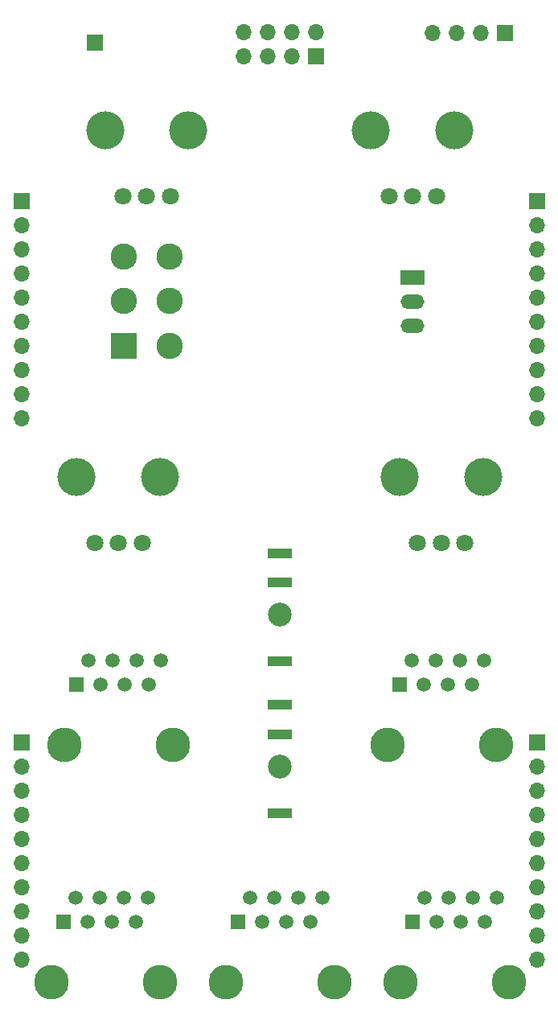
<source format=gbr>
%TF.GenerationSoftware,KiCad,Pcbnew,(6.0.11)*%
%TF.CreationDate,2023-03-29T16:05:19+01:00*%
%TF.ProjectId,Quadraphone_Controls,51756164-7261-4706-986f-6e655f436f6e,rev?*%
%TF.SameCoordinates,Original*%
%TF.FileFunction,Soldermask,Bot*%
%TF.FilePolarity,Negative*%
%FSLAX46Y46*%
G04 Gerber Fmt 4.6, Leading zero omitted, Abs format (unit mm)*
G04 Created by KiCad (PCBNEW (6.0.11)) date 2023-03-29 16:05:19*
%MOMM*%
%LPD*%
G01*
G04 APERTURE LIST*
%ADD10R,1.700000X1.700000*%
%ADD11O,1.700000X1.700000*%
%ADD12C,3.650000*%
%ADD13R,1.500000X1.500000*%
%ADD14C,1.500000*%
%ADD15C,4.000000*%
%ADD16C,1.800000*%
%ADD17R,2.500000X1.500000*%
%ADD18O,2.500000X1.500000*%
%ADD19R,2.775000X2.775000*%
%ADD20C,2.775000*%
%ADD21C,2.500000*%
%ADD22R,2.500000X1.000000*%
G04 APERTURE END LIST*
D10*
%TO.C,J12*%
X83800000Y-47750000D03*
D11*
X83800000Y-45210000D03*
X81260000Y-47750000D03*
X81260000Y-45210000D03*
X78720000Y-47750000D03*
X78720000Y-45210000D03*
X76180000Y-47750000D03*
X76180000Y-45210000D03*
%TD*%
D12*
%TO.C,J7*%
X102760000Y-120200000D03*
X91330000Y-120200000D03*
D13*
X92600000Y-113850000D03*
D14*
X93870000Y-111310000D03*
X95140000Y-113850000D03*
X96410000Y-111310000D03*
X97680000Y-113850000D03*
X98950000Y-111310000D03*
X100220000Y-113850000D03*
X101490000Y-111310000D03*
%TD*%
D15*
%TO.C,Fine_Tune1*%
X89600000Y-55500000D03*
X98400000Y-55500000D03*
D16*
X96500000Y-62500000D03*
X94000000Y-62500000D03*
X91500000Y-62500000D03*
%TD*%
D12*
%TO.C,J9*%
X57330000Y-120200000D03*
X68760000Y-120200000D03*
D13*
X58600000Y-113850000D03*
D14*
X59870000Y-111310000D03*
X61140000Y-113850000D03*
X62410000Y-111310000D03*
X63680000Y-113850000D03*
X64950000Y-111310000D03*
X66220000Y-113850000D03*
X67490000Y-111310000D03*
%TD*%
D15*
%TO.C,Octave_Tune1*%
X61600000Y-55500000D03*
X70400000Y-55500000D03*
D16*
X68500000Y-62500000D03*
X66000000Y-62500000D03*
X63500000Y-62500000D03*
%TD*%
D12*
%TO.C,J8*%
X92730000Y-145200000D03*
X104160000Y-145200000D03*
D13*
X94000000Y-138850000D03*
D14*
X95270000Y-136310000D03*
X96540000Y-138850000D03*
X97810000Y-136310000D03*
X99080000Y-138850000D03*
X100350000Y-136310000D03*
X101620000Y-138850000D03*
X102890000Y-136310000D03*
%TD*%
D17*
%TO.C,SW1*%
X94000000Y-71000000D03*
D18*
X94000000Y-73540000D03*
X94000000Y-76080000D03*
%TD*%
D15*
%TO.C,Vibrato_Depth1*%
X58600000Y-92000000D03*
X67400000Y-92000000D03*
D16*
X65500000Y-99000000D03*
X63000000Y-99000000D03*
X60500000Y-99000000D03*
%TD*%
D12*
%TO.C,J10*%
X67360000Y-145200000D03*
X55930000Y-145200000D03*
D13*
X57200000Y-138850000D03*
D14*
X58470000Y-136310000D03*
X59740000Y-138850000D03*
X61010000Y-136310000D03*
X62280000Y-138850000D03*
X63550000Y-136310000D03*
X64820000Y-138850000D03*
X66090000Y-136310000D03*
%TD*%
D19*
%TO.C,SW2*%
X63585000Y-78200000D03*
D20*
X63585000Y-73500000D03*
X63585000Y-68800000D03*
X68415000Y-78200000D03*
X68415000Y-73500000D03*
X68415000Y-68800000D03*
%TD*%
D12*
%TO.C,J11*%
X85760000Y-145200000D03*
X74330000Y-145200000D03*
D13*
X75600000Y-138850000D03*
D14*
X76870000Y-136310000D03*
X78140000Y-138850000D03*
X79410000Y-136310000D03*
X80680000Y-138850000D03*
X81950000Y-136310000D03*
X83220000Y-138850000D03*
X84490000Y-136310000D03*
%TD*%
D21*
%TO.C,J6*%
X80000000Y-106500000D03*
D22*
X80000000Y-100020000D03*
X80000000Y-103120000D03*
X80000000Y-111420000D03*
%TD*%
D15*
%TO.C,PWM_Pot1*%
X101400000Y-92000000D03*
X92600000Y-92000000D03*
D16*
X99500000Y-99000000D03*
X97000000Y-99000000D03*
X94500000Y-99000000D03*
%TD*%
D21*
%TO.C,J5*%
X80000000Y-122500000D03*
D22*
X80000000Y-116020000D03*
X80000000Y-119120000D03*
X80000000Y-127420000D03*
%TD*%
D10*
%TO.C,J13*%
X103700000Y-45300000D03*
D11*
X101160000Y-45300000D03*
X98620000Y-45300000D03*
X96080000Y-45300000D03*
%TD*%
D10*
%TO.C,J3*%
X107100000Y-120000000D03*
D11*
X107100000Y-122540000D03*
X107100000Y-125080000D03*
X107100000Y-127620000D03*
X107100000Y-130160000D03*
X107100000Y-132700000D03*
X107100000Y-135240000D03*
X107100000Y-137780000D03*
X107100000Y-140320000D03*
X107100000Y-142860000D03*
%TD*%
D10*
%TO.C,J14*%
X60500000Y-46300000D03*
%TD*%
%TO.C,J4*%
X52800000Y-120000000D03*
D11*
X52800000Y-122540000D03*
X52800000Y-125080000D03*
X52800000Y-127620000D03*
X52800000Y-130160000D03*
X52800000Y-132700000D03*
X52800000Y-135240000D03*
X52800000Y-137780000D03*
X52800000Y-140320000D03*
X52800000Y-142860000D03*
%TD*%
D10*
%TO.C,J1*%
X107100000Y-63000000D03*
D11*
X107100000Y-65540000D03*
X107100000Y-68080000D03*
X107100000Y-70620000D03*
X107100000Y-73160000D03*
X107100000Y-75700000D03*
X107100000Y-78240000D03*
X107100000Y-80780000D03*
X107100000Y-83320000D03*
X107100000Y-85860000D03*
%TD*%
D10*
%TO.C,J2*%
X52800000Y-63000000D03*
D11*
X52800000Y-65540000D03*
X52800000Y-68080000D03*
X52800000Y-70620000D03*
X52800000Y-73160000D03*
X52800000Y-75700000D03*
X52800000Y-78240000D03*
X52800000Y-80780000D03*
X52800000Y-83320000D03*
X52800000Y-85860000D03*
%TD*%
M02*

</source>
